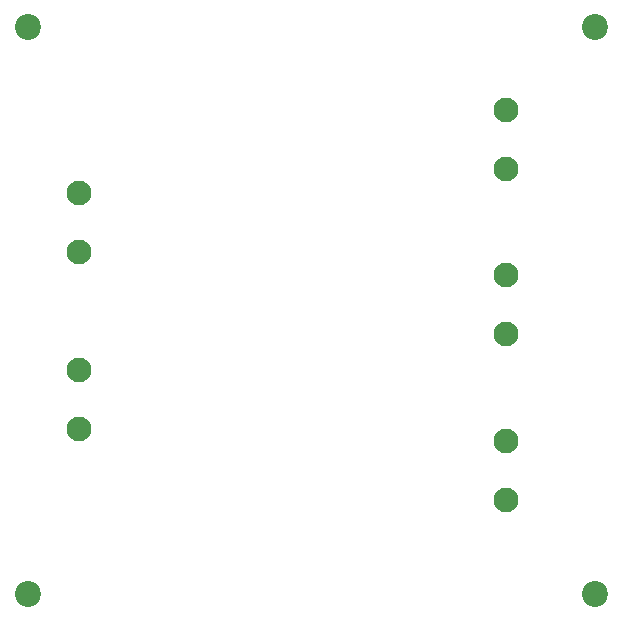
<source format=gbs>
G04 #@! TF.GenerationSoftware,KiCad,Pcbnew,(7.0.0)*
G04 #@! TF.CreationDate,2023-05-21T08:53:19-04:00*
G04 #@! TF.ProjectId,Solenoid_Driver,536f6c65-6e6f-4696-945f-447269766572,V1.0*
G04 #@! TF.SameCoordinates,Original*
G04 #@! TF.FileFunction,Soldermask,Bot*
G04 #@! TF.FilePolarity,Negative*
%FSLAX46Y46*%
G04 Gerber Fmt 4.6, Leading zero omitted, Abs format (unit mm)*
G04 Created by KiCad (PCBNEW (7.0.0)) date 2023-05-21 08:53:19*
%MOMM*%
%LPD*%
G01*
G04 APERTURE LIST*
%ADD10C,2.200000*%
%ADD11C,2.100000*%
G04 APERTURE END LIST*
D10*
X172000000Y-112000000D03*
X172000000Y-64000000D03*
X124000000Y-112000000D03*
X124000000Y-64000000D03*
D11*
X128300000Y-83000000D03*
X128300000Y-78000000D03*
X164500000Y-85000000D03*
X164500000Y-90000000D03*
X128300000Y-98000000D03*
X128300000Y-93000000D03*
X164500000Y-99000000D03*
X164500000Y-104000000D03*
X164500000Y-71000000D03*
X164500000Y-76000000D03*
M02*

</source>
